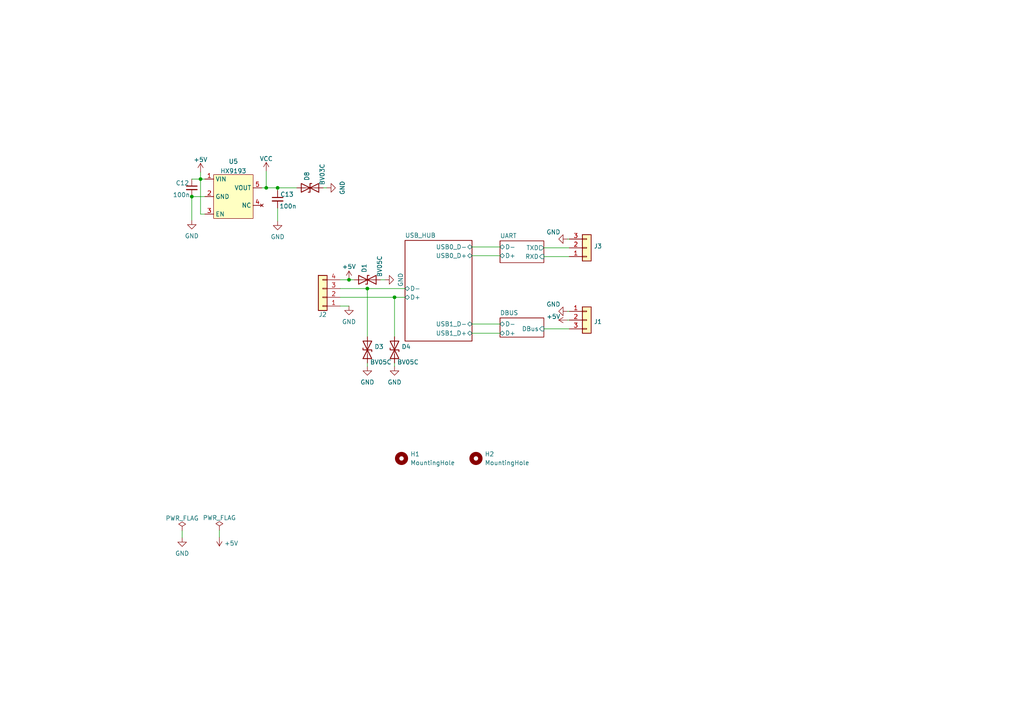
<source format=kicad_sch>
(kicad_sch (version 20230121) (generator eeschema)
  (paper "A4")
  (lib_symbols
    (symbol "Connector_Generic:Conn_01x03" (pin_names (offset 1.016) hide)
      (property "Reference" "J" (at 0 5.08 0))
      (property "Value" "Conn_01x03" (at 0 -5.08 0))
      (symbol "Conn_01x03_1_1"
        (rectangle (start -1.27 -2.413) (end 0 -2.667) (stroke (width 0.1524)))
        (rectangle (start -1.27 0.127) (end 0 -0.127) (stroke (width 0.1524)))
        (rectangle (start -1.27 2.667) (end 0 2.413) (stroke (width 0.1524)))
        (rectangle (start -1.27 3.81) (end 1.27 -3.81) (stroke (width 0.254)) (fill (type background)))
        (pin passive line (at -5.08 2.54 0) (length 3.81) (name "Pin_1") (number "1"))
        (pin passive line (at -5.08 0 0) (length 3.81) (name "Pin_2") (number "2"))
        (pin passive line (at -5.08 -2.54 0) (length 3.81) (name "Pin_3") (number "3"))
      )
    )
    (symbol "Connector_Generic:Conn_01x04" (pin_names (offset 1.016) hide)
      (property "Reference" "J" (at 0 5.08 0))
      (property "Value" "Conn_01x04" (at 0 -7.62 0))
      (symbol "Conn_01x04_1_1"
        (rectangle (start -1.27 -4.953) (end 0 -5.207) (stroke (width 0.1524)))
        (rectangle (start -1.27 -2.413) (end 0 -2.667) (stroke (width 0.1524)))
        (rectangle (start -1.27 0.127) (end 0 -0.127) (stroke (width 0.1524)))
        (rectangle (start -1.27 2.667) (end 0 2.413) (stroke (width 0.1524)))
        (rectangle (start -1.27 3.81) (end 1.27 -6.35) (stroke (width 0.254)) (fill (type background)))
        (pin passive line (at -5.08 2.54 0) (length 3.81) (name "Pin_1") (number "1"))
        (pin passive line (at -5.08 0 0) (length 3.81) (name "Pin_2") (number "2"))
        (pin passive line (at -5.08 -2.54 0) (length 3.81) (name "Pin_3") (number "3"))
        (pin passive line (at -5.08 -5.08 0) (length 3.81) (name "Pin_4") (number "4"))
      )
    )
    (symbol "Device:C_Small" (pin_numbers hide) (pin_names (offset 0.254) hide)
      (property "Reference" "C" (at 0.254 1.778 0))
      (property "Value" "C_Small" (at 0.254 -2.032 0))
      (symbol "C_Small_0_1"
        (polyline (pts (xy -1.524 -0.508) (xy 1.524 -0.508)) (stroke (width 0.3302)))
        (polyline (pts (xy -1.524 0.508) (xy 1.524 0.508)) (stroke (width 0.3048)))
      )
      (symbol "C_Small_1_1"
        (pin passive line (at 0 2.54 270) (length 2.032) (name "~") (number "1"))
        (pin passive line (at 0 -2.54 90) (length 2.032) (name "~") (number "2"))
      )
    )
    (symbol "Device:D_TVS" (pin_numbers hide) (pin_names (offset 1.016) hide)
      (property "Reference" "D" (at 0 2.54 0))
      (property "Value" "D_TVS" (at 0 -2.54 0))
      (symbol "D_TVS_0_1"
        (polyline (pts (xy 1.27 0) (xy -1.27 0)))
        (polyline (pts (xy 0.508 1.27) (xy 0 1.27) (xy 0 -1.27) (xy -0.508 -1.27)) (stroke (width 0.254)))
        (polyline (pts (xy -2.54 1.27) (xy -2.54 -1.27) (xy 2.54 1.27) (xy 2.54 -1.27) (xy -2.54 1.27)) (stroke (width 0.254)))
      )
      (symbol "D_TVS_1_1"
        (pin passive line (at -3.81 0 0) (length 2.54) (name "A1") (number "1"))
        (pin passive line (at 3.81 0 180) (length 2.54) (name "A2") (number "2"))
      )
    )
    (symbol "Mechanical:MountingHole" (pin_names (offset 1.016))
      (property "Reference" "H" (at 0 5.08 0))
      (property "Value" "MountingHole" (at 0 3.175 0))
      (symbol "MountingHole_0_1"
        (circle (center 0 0) (radius 1.27) (stroke (width 1.27)))
      )
    )
    (symbol "MyLib:HX9193"
      (property "Reference" "U" (at -5.08 7.62 0))
      (property "Value" "HX9193" (at 6.35 7.62 0))
      (symbol "HX9193_0_1"
        (rectangle (start -6.35 6.35) (end 5.08 -6.35) (fill (type background)))
      )
      (symbol "HX9193_1_1"
        (pin power_in line (at -8.89 5.08 0) (length 2.54) (name "VIN") (number "1"))
        (pin passive line (at -8.89 0 0) (length 2.54) (name "GND") (number "2"))
        (pin input line (at -8.89 -5.08 0) (length 2.54) (name "EN") (number "3"))
        (pin no_connect line (at 7.62 -2.54 180) (length 2.54) (name "NC") (number "4"))
        (pin power_out line (at 7.62 2.54 180) (length 2.54) (name "VOUT") (number "5"))
      )
    )
    (symbol "power:+5V" (power) (pin_names (offset 0))
      (property "Value" "+5V" (at 0 3.556 0))
      (symbol "+5V_0_1"
        (polyline (pts (xy -0.762 1.27) (xy 0 2.54)))
        (polyline (pts (xy 0 0) (xy 0 2.54)))
        (polyline (pts (xy 0 2.54) (xy 0.762 1.27)))
      )
      (symbol "+5V_1_1"
        (pin power_in line (at 0 0 90) (length 0) hide (name "+5V") (number "1"))
      )
    )
    (symbol "power:GND" (power) (pin_names (offset 0))
      (property "Value" "GND" (at 0 -3.81 0))
      (symbol "GND_0_1"
        (polyline (pts (xy 0 0) (xy 0 -1.27) (xy 1.27 -1.27) (xy 0 -2.54) (xy -1.27 -1.27) (xy 0 -1.27)))
      )
      (symbol "GND_1_1"
        (pin power_in line (at 0 0 270) (length 0) hide (name "GND") (number "1"))
      )
    )
    (symbol "power:PWR_FLAG" (power) (pin_numbers hide) (pin_names (offset 0) hide)
      (property "Value" "PWR_FLAG" (at 0 3.81 0))
      (symbol "PWR_FLAG_0_0"
        (pin power_out line (at 0 0 90) (length 0) (name "pwr") (number "1"))
      )
      (symbol "PWR_FLAG_0_1"
        (polyline (pts (xy 0 0) (xy 0 1.27) (xy -1.016 1.905) (xy 0 2.54) (xy 1.016 1.905) (xy 0 1.27)))
      )
    )
    (symbol "power:VCC" (power) (pin_names (offset 0))
      (property "Value" "VCC" (at 0 3.81 0))
      (symbol "VCC_0_1"
        (polyline (pts (xy -0.762 1.27) (xy 0 2.54)))
        (polyline (pts (xy 0 0) (xy 0 2.54)))
        (polyline (pts (xy 0 2.54) (xy 0.762 1.27)))
      )
      (symbol "VCC_1_1"
        (pin power_in line (at 0 0 90) (length 0) hide (name "VCC") (number "1"))
      )
    )
  )
  (junction (at 58.166 51.943))
  (junction (at 114.427 86.233))
  (junction (at 55.626 57.023))
  (junction (at 77.216 54.483))
  (junction (at 106.553 83.693))
  (junction (at 80.518 54.483))
  (junction (at 101.219 81.153))
  (wire (pts (xy 98.679 88.773) (xy 101.219 88.773)))
  (wire (pts (xy 59.436 62.103) (xy 58.166 62.103)))
  (wire (pts (xy 59.436 57.023) (xy 55.626 57.023)))
  (wire (pts (xy 93.726 54.483) (xy 94.742 54.483)))
  (wire (pts (xy 58.166 51.943) (xy 59.436 51.943)))
  (wire (pts (xy 114.427 105.283) (xy 114.427 106.299)))
  (wire (pts (xy 80.518 54.483) (xy 86.106 54.483)))
  (wire (pts (xy 58.166 49.911) (xy 58.166 51.943)))
  (wire (pts (xy 164.592 69.342) (xy 165.1 69.342)))
  (wire (pts (xy 164.592 90.297) (xy 165.1 90.297)))
  (wire (pts (xy 98.679 81.153) (xy 101.219 81.153)))
  (wire (pts (xy 157.734 95.377) (xy 165.1 95.377)))
  (wire (pts (xy 77.216 54.483) (xy 75.946 54.483)))
  (wire (pts (xy 77.216 49.657) (xy 77.216 54.483)))
  (wire (pts (xy 80.518 54.483) (xy 80.518 55.245)))
  (wire (pts (xy 110.363 81.153) (xy 111.633 81.153)))
  (wire (pts (xy 136.906 74.168) (xy 145.034 74.168)))
  (wire (pts (xy 52.832 153.924) (xy 52.832 155.956)))
  (wire (pts (xy 58.166 62.103) (xy 58.166 51.943)))
  (wire (pts (xy 80.518 60.325) (xy 80.518 64.135)))
  (wire (pts (xy 106.553 105.283) (xy 106.553 106.299)))
  (wire (pts (xy 98.679 83.693) (xy 106.553 83.693)))
  (wire (pts (xy 136.906 71.628) (xy 145.034 71.628)))
  (wire (pts (xy 98.679 86.233) (xy 114.427 86.233)))
  (wire (pts (xy 63.627 153.797) (xy 63.627 155.829)))
  (wire (pts (xy 102.743 81.153) (xy 101.219 81.153)))
  (wire (pts (xy 114.427 86.233) (xy 114.427 97.663)))
  (wire (pts (xy 117.475 86.233) (xy 114.427 86.233)))
  (wire (pts (xy 157.734 71.882) (xy 165.1 71.882)))
  (wire (pts (xy 117.475 83.693) (xy 106.553 83.693)))
  (wire (pts (xy 164.592 92.837) (xy 165.1 92.837)))
  (wire (pts (xy 157.734 74.422) (xy 165.1 74.422)))
  (wire (pts (xy 136.906 93.98) (xy 145.034 93.98)))
  (wire (pts (xy 55.626 57.023) (xy 55.626 63.881)))
  (wire (pts (xy 55.626 51.943) (xy 58.166 51.943)))
  (wire (pts (xy 77.216 54.483) (xy 80.518 54.483)))
  (wire (pts (xy 106.553 83.693) (xy 106.553 97.663)))
  (wire (pts (xy 136.906 96.647) (xy 145.034 96.647)))
  (symbol (lib_id "power:GND") (at 164.592 90.297 270) (unit 1)
    (property "Reference" "#PWR044" (effects hide))
    (property "Value" "GND" (at 162.56 88.265 90) (effects (justify right)))
  )
  (symbol (lib_id "power:GND") (at 111.633 81.153 90) (unit 1)
    (property "Reference" "#PWR017" (effects hide))
    (property "Value" "GND" (at 116.1955 81.153 0))
  )
  (symbol (lib_id "power:GND") (at 164.592 69.342 270) (unit 1)
    (property "Reference" "#PWR046" (effects hide))
    (property "Value" "GND" (at 162.56 67.31 90) (effects (justify right)))
  )
  (symbol (lib_id "Connector_Generic:Conn_01x04") (at 93.599 86.233 180) (unit 1)
    (property "Reference" "J2" (at 93.599 91.2345 0))
    (property "Value" "Conn_01x04" (effects hide))
    (property "Footprint" "Connector_PinHeader_1.27mm:PinHeader_1x04_P1.27mm_Vertical" (effects hide))
  )
  (symbol (lib_id "Device:C_Small") (at 55.626 54.483 0) (unit 1)
    (property "Reference" "C12" (at 54.864 53.086 0) (effects (justify right)))
    (property "Value" "100n" (at 55.118 56.515 0) (effects (justify right)))
    (property "Footprint" "Capacitor_SMD:C_0402_1005Metric" (effects hide))
  )
  (symbol (lib_id "Device:D_TVS") (at 114.427 101.473 90) (unit 1)
    (property "Reference" "D4" (at 116.459 100.5645 90) (effects (justify right)))
    (property "Value" "BV05C" (at 115.189 105.029 90) (effects (justify right)))
    (property "Footprint" "Diode_SMD:D_SOD-323" (effects hide))
  )
  (symbol (lib_id "power:VCC") (at 77.216 49.657 0) (unit 1)
    (property "Reference" "#PWR049" (effects hide))
    (property "Value" "VCC" (at 77.216 46.0525 0))
  )
  (symbol (lib_id "power:GND") (at 106.553 106.299 0) (unit 1)
    (property "Reference" "#PWR018" (effects hide))
    (property "Value" "GND" (at 106.553 110.8615 0))
  )
  (symbol (lib_id "Device:D_TVS") (at 106.553 81.153 180) (unit 1)
    (property "Reference" "D1" (at 105.6445 79.121 90) (effects (justify right)))
    (property "Value" "BV05C" (at 110.109 80.391 90) (effects (justify right)))
    (property "Footprint" "Diode_SMD:D_SOD-323" (effects hide))
  )
  (symbol (lib_id "power:GND") (at 101.219 88.773 0) (unit 1)
    (property "Reference" "#PWR04" (effects hide))
    (property "Value" "GND" (at 101.219 93.3355 0))
  )
  (symbol (lib_id "power:GND") (at 114.427 106.299 0) (unit 1)
    (property "Reference" "#PWR019" (effects hide))
    (property "Value" "GND" (at 114.427 110.8615 0))
  )
  (symbol (lib_id "Mechanical:MountingHole") (at 138.049 132.969 0) (unit 1)
    (property "Reference" "H2" (at 140.589 131.6989 0) (effects (justify left)))
    (property "Value" "MountingHole" (at 140.589 134.2389 0) (effects (justify left)))
    (property "Footprint" "MountingHole:MountingHole_2.2mm_M2" (effects hide))
  )
  (symbol (lib_id "Connector_Generic:Conn_01x03") (at 170.18 71.882 0) (mirror x) (unit 1)
    (property "Reference" "J3" (at 172.212 71.403 0) (effects (justify left)))
    (property "Value" "Conn_01x03" (effects hide))
    (property "Footprint" "Connector_JST:JST_GH_SM03B-GHS-TB_1x03-1MP_P1.25mm_Horizontal" (effects hide))
  )
  (symbol (lib_id "power:PWR_FLAG") (at 63.627 153.797 0) (unit 1)
    (property "Reference" "#FLG04" (effects hide))
    (property "Value" "PWR_FLAG" (at 63.627 150.1925 0))
  )
  (symbol (lib_id "Device:D_TVS") (at 89.916 54.483 180) (unit 1)
    (property "Reference" "D8" (at 89.0075 52.451 90) (effects (justify right)))
    (property "Value" "BV03C" (at 93.472 53.721 90) (effects (justify right)))
    (property "Footprint" "Diode_SMD:D_SOD-323" (effects hide))
  )
  (symbol (lib_id "power:+5V") (at 164.592 92.837 90) (unit 1)
    (property "Reference" "#PWR045" (effects hide))
    (property "Value" "+5V" (at 162.56 91.821 90) (effects (justify left)))
  )
  (symbol (lib_id "power:GND") (at 52.832 155.956 0) (unit 1)
    (property "Reference" "#PWR014" (effects hide))
    (property "Value" "GND" (at 52.832 160.5185 0))
  )
  (symbol (lib_id "Device:D_TVS") (at 106.553 101.473 90) (unit 1)
    (property "Reference" "D3" (at 108.585 100.5645 90) (effects (justify right)))
    (property "Value" "BV05C" (at 107.315 105.029 90) (effects (justify right)))
    (property "Footprint" "Diode_SMD:D_SOD-323" (effects hide))
  )
  (symbol (lib_id "power:PWR_FLAG") (at 52.832 153.924 0) (unit 1)
    (property "Reference" "#FLG03" (effects hide))
    (property "Value" "PWR_FLAG" (at 52.832 150.3195 0))
  )
  (symbol (lib_id "MyLib:HX9193") (at 68.326 57.023 0) (unit 1)
    (property "Reference" "U5" (at 67.691 46.8335 0))
    (property "Value" "HX9193" (at 67.691 49.6086 0))
    (property "Footprint" "Package_TO_SOT_SMD:SOT-23-5_HandSoldering" (effects hide))
    (property "Datasheet" "https://item.szlcsc.com/280543.html" (effects hide))
  )
  (symbol (lib_id "Connector_Generic:Conn_01x03") (at 170.18 92.837 0) (unit 1)
    (property "Reference" "J1" (at 172.212 93.316 0) (effects (justify left)))
    (property "Value" "Conn_01x03" (effects hide))
    (property "Footprint" "Connector_JST:JST_GH_SM03B-GHS-TB_1x03-1MP_P1.25mm_Horizontal" (effects hide))
  )
  (symbol (lib_id "power:GND") (at 94.742 54.483 90) (unit 1)
    (property "Reference" "#PWR051" (effects hide))
    (property "Value" "GND" (at 99.3045 54.483 0))
  )
  (symbol (lib_id "power:+5V") (at 58.166 49.911 0) (unit 1)
    (property "Reference" "#PWR048" (effects hide))
    (property "Value" "+5V" (at 58.166 46.3065 0))
  )
  (symbol (lib_id "Mechanical:MountingHole") (at 116.459 132.969 0) (unit 1)
    (property "Reference" "H1" (at 118.999 131.6989 0) (effects (justify left)))
    (property "Value" "MountingHole" (at 118.999 134.2389 0) (effects (justify left)))
    (property "Footprint" "MountingHole:MountingHole_2.2mm_M2" (effects hide))
  )
  (symbol (lib_id "power:+5V") (at 101.219 81.153 0) (unit 1)
    (property "Reference" "#PWR03" (effects hide))
    (property "Value" "+5V" (at 101.219 77.343 0))
  )
  (symbol (lib_id "Device:C_Small") (at 80.518 57.785 0) (mirror y) (unit 1)
    (property "Reference" "C13" (at 81.28 56.388 0) (effects (justify right)))
    (property "Value" "100n" (at 81.026 59.817 0) (effects (justify right)))
    (property "Footprint" "Capacitor_SMD:C_0402_1005Metric" (effects hide))
  )
  (symbol (lib_id "power:GND") (at 55.626 63.881 0) (unit 1)
    (property "Reference" "#PWR047" (effects hide))
    (property "Value" "GND" (at 55.626 68.4435 0))
  )
  (symbol (lib_id "power:+5V") (at 63.627 155.829 180) (unit 1)
    (property "Reference" "#PWR015" (effects hide))
    (property "Value" "+5V" (at 65.024 157.578 0) (effects (justify right)))
  )
  (symbol (lib_id "power:GND") (at 80.518 64.135 0) (unit 1)
    (property "Reference" "#PWR050" (effects hide))
    (property "Value" "GND" (at 80.518 68.6975 0))
  )
  (sheet (at 145.034 92.202) (size 12.7 5.588) (stroke (width 0.1524))
    (property "Sheetname" "DBUS" (at 145.034 91.4904 0) (effects (justify left bottom)))
    (property "Sheetfile" "DBUS.kicad_sch" (effects hide))
    (pin "D-" bidirectional (at 145.034 93.98 180))
    (pin "D+" bidirectional (at 145.034 96.647 180))
    (pin "DBus" input (at 157.734 95.377 0))
  )
  (sheet (at 145.034 69.85) (size 12.7 6.35) (stroke (width 0.1524))
    (property "Sheetname" "UART" (at 145.034 69.1384 0) (effects (justify left bottom)))
    (property "Sheetfile" "UART.kicad_sch" (effects hide))
    (pin "RXD" input (at 157.734 74.422 0))
    (pin "TXD" output (at 157.734 71.882 0))
    (pin "D-" bidirectional (at 145.034 71.628 180))
    (pin "D+" bidirectional (at 145.034 74.168 180))
  )
  (sheet (at 117.475 69.723) (size 19.431 29.21) (stroke (width 0.1524))
    (property "Sheetname" "USB_HUB" (at 117.475 69.0114 0) (effects (justify left bottom)))
    (property "Sheetfile" "USB_HUB.kicad_sch" (effects hide))
    (pin "D+" bidirectional (at 117.475 86.233 180))
    (pin "D-" bidirectional (at 117.475 83.693 180))
    (pin "USB0_D-" bidirectional (at 136.906 71.628 0))
    (pin "USB0_D+" bidirectional (at 136.906 74.168 0))
    (pin "USB1_D-" bidirectional (at 136.906 93.98 0))
    (pin "USB1_D+" bidirectional (at 136.906 96.647 0))
  )
)
</source>
